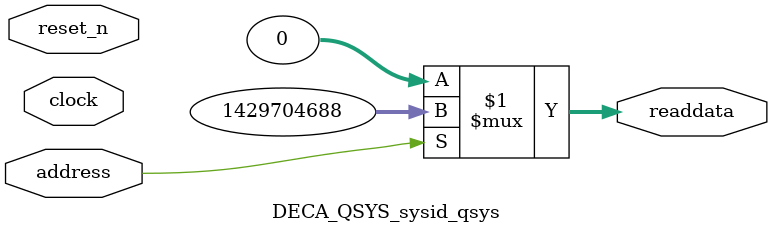
<source format=v>

`timescale 1ns / 1ps
// synthesis translate_on

// turn off superfluous verilog processor warnings 
// altera message_level Level1 
// altera message_off 10034 10035 10036 10037 10230 10240 10030 

module DECA_QSYS_sysid_qsys (
               // inputs:
                address,
                clock,
                reset_n,

               // outputs:
                readdata
             )
;

  output  [ 31: 0] readdata;
  input            address;
  input            clock;
  input            reset_n;

  wire    [ 31: 0] readdata;
  //control_slave, which is an e_avalon_slave
  assign readdata = address ? 1429704688 : 0;

endmodule




</source>
